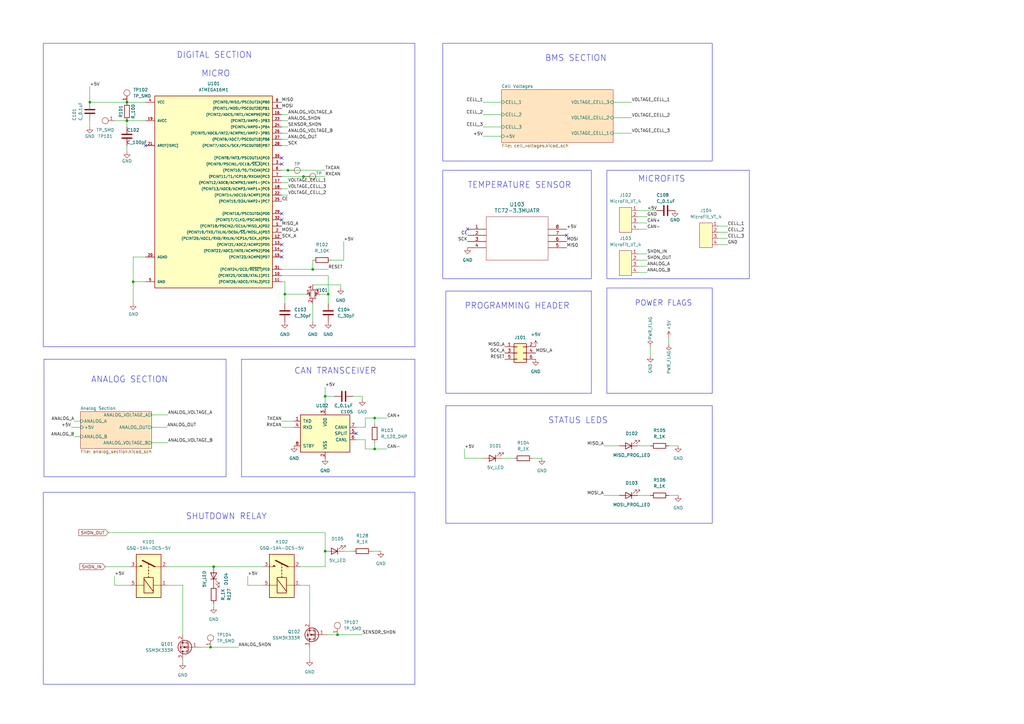
<source format=kicad_sch>
(kicad_sch (version 20230121) (generator eeschema)
  (paper "A3")
  (lib_symbols
    (symbol "+5V_2" (power) (pin_names (offset 0))
      (property "Value" "+5V_2" (at 0 3.556 0))
      (symbol "+5V_2_1_1"
        (pin power_in line (at 0 0 90) (length 0) hide (name "+5V") (number "1"))
      )
    )
    (symbol "Connector_Generic:Conn_02x03_Odd_Even" (pin_names (offset 1.016) hide)
      (property "Reference" "J" (at 1.27 5.08 0))
      (property "Value" "Conn_02x03_Odd_Even" (at 1.27 -5.08 0))
      (symbol "Conn_02x03_Odd_Even_1_1"
        (pin passive line (at -5.08 2.54 0) (length 3.81) (name "Pin_1") (number "1"))
        (pin passive line (at 7.62 2.54 180) (length 3.81) (name "Pin_2") (number "2"))
        (pin passive line (at -5.08 0 0) (length 3.81) (name "Pin_3") (number "3"))
        (pin passive line (at 7.62 0 180) (length 3.81) (name "Pin_4") (number "4"))
        (pin passive line (at -5.08 -2.54 0) (length 3.81) (name "Pin_5") (number "5"))
        (pin passive line (at 7.62 -2.54 180) (length 3.81) (name "Pin_6") (number "6"))
      )
    )
    (symbol "Device:LED" (pin_numbers hide) (pin_names (offset 1.016) hide)
      (property "Reference" "D" (at 0 2.54 0))
      (property "Value" "LED" (at 0 -2.54 0))
      (symbol "LED_1_1"
        (pin passive line (at -3.81 0 0) (length 2.54) (name "K") (number "1"))
        (pin passive line (at 3.81 0 180) (length 2.54) (name "A") (number "2"))
      )
    )
    (symbol "GND_1" (power) (pin_names (offset 0))
      (property "Value" "GND_1" (at 0 -3.81 0))
      (symbol "GND_1_1_1"
        (pin power_in line (at 0 0 270) (length 0) hide (name "GND") (number "1"))
      )
    )
    (symbol "GND_2" (power) (pin_names (offset 0))
      (property "Value" "GND_2" (at 0 -3.81 0))
      (symbol "GND_2_1_1"
        (pin power_in line (at 0 0 270) (length 0) hide (name "GND") (number "1"))
      )
    )
    (symbol "GND_3" (power) (pin_names (offset 0))
      (property "Value" "GND_3" (at 0 -3.81 0))
      (symbol "GND_3_1_1"
        (pin power_in line (at 0 0 270) (length 0) hide (name "GND") (number "1"))
      )
    )
    (symbol "GND_4" (power) (pin_names (offset 0))
      (property "Value" "GND_4" (at 0 -3.81 0))
      (symbol "GND_4_1_1"
        (pin power_in line (at 0 0 270) (length 0) hide (name "GND") (number "1"))
      )
    )
    (symbol "GND_5" (power) (pin_names (offset 0))
      (property "Value" "GND_5" (at 0 -3.81 0))
      (symbol "GND_5_1_1"
        (pin power_in line (at 0 0 270) (length 0) hide (name "GND") (number "1"))
      )
    )
    (symbol "GND_6" (power) (pin_names (offset 0))
      (property "Value" "GND_6" (at 0 -3.81 0))
      (symbol "GND_6_1_1"
        (pin power_in line (at 0 0 270) (length 0) hide (name "GND") (number "1"))
      )
    )
    (symbol "OEM:0u1F" (pin_numbers hide) (pin_names (offset 0.254))
      (property "Reference" "C" (at 0.635 2.54 0))
      (property "Value" "0u1F" (at 0.635 -2.54 0))
      (symbol "0u1F_1_1"
        (pin passive line (at 0 3.81 270) (length 2.794) (name "~") (number "1"))
        (pin passive line (at 0 -3.81 90) (length 2.794) (name "~") (number "2"))
      )
    )
    (symbol "OEM:100R" (pin_numbers hide) (pin_names (offset 0))
      (property "Reference" "R" (at 2.032 0 90))
      (property "Value" "100R" (at 0 0 90))
      (symbol "100R_1_1"
        (pin passive line (at 0 3.81 270) (length 1.27) (name "~") (number "1"))
        (pin passive line (at 0 -3.81 90) (length 1.27) (name "~") (number "2"))
      )
    )
    (symbol "OEM:100pF" (pin_numbers hide) (pin_names (offset 0.254))
      (property "Reference" "C" (at 0.635 2.54 0))
      (property "Value" "100pF" (at 0.635 -2.54 0))
      (symbol "100pF_1_1"
        (pin passive line (at 0 3.81 270) (length 2.794) (name "~") (number "1"))
        (pin passive line (at 0 -3.81 90) (length 2.794) (name "~") (number "2"))
      )
    )
    (symbol "formula:ATMEGA16M1" (pin_names (offset 1.016))
      (property "Reference" "U" (at -24.13 46.482 0))
      (property "Value" "ATMEGA16M1" (at 12.7 -35.56 0))
      (symbol "ATMEGA16M1_1_1"
        (pin bidirectional line (at 27.94 -7.62 180) (length 3.81) (name "(PCINT18/PSCIN2/OC1A/MISO_A)PD2") (number "1"))
        (pin bidirectional line (at 27.94 -27.94 180) (length 3.81) (name "(PCINT25/OC0B/XTAL1)PE1") (number "10"))
        (pin bidirectional line (at 27.94 -30.48 180) (length 3.81) (name "(PCINT26/ADC0/XTAL2)PE2") (number "11"))
        (pin bidirectional line (at 27.94 -12.7 180) (length 3.81) (name "(PCINT20/ADC1/RXD/RXLIN/ICP1A/SCK_A)PD4") (number "12"))
        (pin bidirectional line (at 27.94 -15.24 180) (length 3.81) (name "(PCINT21/ADC2/ACMP2)PD5") (number "13"))
        (pin bidirectional line (at 27.94 -17.78 180) (length 3.81) (name "(PCINT22/ADC3/INT0/ACMPN2)PD6") (number "14"))
        (pin bidirectional line (at 27.94 -20.32 180) (length 3.81) (name "(PCINT23/ACMP0)PD7") (number "15"))
        (pin bidirectional line (at 27.94 38.1 180) (length 3.81) (name "(PCINT2/ADC5/INT1/ACMPN0)PB2") (number "16"))
        (pin bidirectional line (at 27.94 10.16 180) (length 3.81) (name "(PCINT12/ADC8/ACMPN3/AMP1-)PC4") (number "17"))
        (pin bidirectional line (at 27.94 7.62 180) (length 3.81) (name "(PCINT13/ADC9/ACMP3/AMP1+)PC5") (number "18"))
        (pin power_in line (at -27.94 35.56 0) (length 3.81) (name "AVCC") (number "19"))
        (pin bidirectional line (at 27.94 -10.16 180) (length 3.81) (name "(PCINT19/TXD/TXLIN/OC0A/~{SS}/MOSI_A)PD3") (number "2"))
        (pin power_in line (at -27.94 -20.32 0) (length 3.81) (name "AGND") (number "20"))
        (pin power_in line (at -27.94 25.4 0) (length 3.81) (name "AREF(ISRC)") (number "21"))
        (pin bidirectional line (at 27.94 5.08 180) (length 3.81) (name "(PCINT14/ADC10/ACMP1)PC6") (number "22"))
        (pin bidirectional line (at 27.94 35.56 180) (length 3.81) (name "(PCINT3/AMP0-)PB3") (number "23"))
        (pin bidirectional line (at 27.94 33.02 180) (length 3.81) (name "(PCINT4/AMP0+)PB4") (number "24"))
        (pin bidirectional line (at 27.94 2.54 180) (length 3.81) (name "(PCINT15/D2A/AMP2+)PC7") (number "25"))
        (pin bidirectional line (at 27.94 30.48 180) (length 3.81) (name "(PCINT5/ADC6/INT2/ACMPN1/AMP2-)PB5") (number "26"))
        (pin bidirectional line (at 27.94 27.94 180) (length 3.81) (name "(PCINT6/ADC7/PSCOUT1B)PB6") (number "27"))
        (pin bidirectional line (at 27.94 25.4 180) (length 3.81) (name "(PCINT7/ADC4/SCK/PSCOUT0B)PB7") (number "28"))
        (pin bidirectional line (at 27.94 -2.54 180) (length 3.81) (name "(PCINT16/PSCOUT0A)PD0") (number "29"))
        (pin bidirectional line (at 27.94 17.78 180) (length 3.81) (name "(PCINT9/PSCIN1/OC1B/~{SS_A})PC1") (number "3"))
        (pin bidirectional line (at 27.94 20.32 180) (length 3.81) (name "(PCINT8/INT3/PSCOUT1A)PC0") (number "30"))
        (pin bidirectional line (at 27.94 -25.4 180) (length 3.81) (name "(PCINT24/OCD/~{RESET})PE0") (number "31"))
        (pin bidirectional line (at 27.94 -5.08 180) (length 3.81) (name "(PCINT17/CLKO/PSCIN0)PD1") (number "32"))
        (pin power_in line (at -27.94 43.18 0) (length 3.81) (name "VCC") (number "4"))
        (pin power_in line (at -27.94 -30.48 0) (length 3.81) (name "GND") (number "5"))
        (pin bidirectional line (at 27.94 15.24 180) (length 3.81) (name "(PCINT10/T0/TXCAN)PC2") (number "6"))
        (pin bidirectional line (at 27.94 12.7 180) (length 3.81) (name "(PCINT11/T1/ICP1B/RXCAN)PC3") (number "7"))
        (pin bidirectional line (at 27.94 43.18 180) (length 3.81) (name "(PCINT0/MISO/PSCOUT2A)PB0") (number "8"))
        (pin bidirectional line (at 27.94 40.64 180) (length 3.81) (name "(PCINT1/MOSI/PSCOUT2B)PB1") (number "9"))
      )
    )
    (symbol "formula:C_30pF" (pin_numbers hide) (pin_names (offset 0.254))
      (property "Reference" "C" (at 0.635 2.54 0))
      (property "Value" "C_30pF" (at 0.635 -2.54 0))
      (symbol "C_30pF_1_1"
        (pin passive line (at 0 3.81 270) (length 2.794) (name "~") (number "1"))
        (pin passive line (at 0 -3.81 90) (length 2.794) (name "~") (number "2"))
      )
    )
    (symbol "formula:Crystal_SMD" (pin_names (offset 1.016) hide)
      (property "Reference" "Y" (at 1.27 4.445 0))
      (property "Value" "Crystal_SMD" (at 1.27 2.54 0))
      (symbol "Crystal_SMD_1_1"
        (pin passive line (at -2.54 0 0) (length 1.27) (name "1") (number "1"))
        (pin passive line (at 0 -3.81 90) (length 1.905) (name "2") (number "2"))
        (pin passive line (at 2.54 0 180) (length 1.27) (name "3") (number "3"))
        (pin passive line (at 0 3.81 270) (length 1.905) (name "4") (number "4"))
      )
    )
    (symbol "formula:G5Q-1A4-DC5-5V" (pin_names (offset 1.016))
      (property "Reference" "K" (at 8.89 3.81 0))
      (property "Value" "G5Q-1A4-DC5-5V" (at -10.16 -3.81 0))
      (symbol "G5Q-1A4-DC5-5V_1_1"
        (pin passive line (at -5.08 -7.62 90) (length 2.54) (name "~") (number "1"))
        (pin passive line (at 2.54 -7.62 90) (length 2.54) (name "~") (number "2"))
        (pin passive line (at 2.54 7.62 270) (length 2.54) (name "~") (number "3"))
        (pin passive line (at -5.08 7.62 270) (length 2.54) (name "~") (number "5"))
      )
    )
    (symbol "formula:MCP2561-E_SN" (pin_names (offset 1.016))
      (property "Reference" "U" (at -10.16 8.89 0))
      (property "Value" "MCP2561-E_SN" (at 2.54 8.89 0))
      (symbol "MCP2561-E_SN_1_1"
        (pin input line (at -12.7 5.08 0) (length 2.54) (name "TXD") (number "1"))
        (pin power_in line (at 0 -10.16 90) (length 2.54) (name "VSS") (number "2"))
        (pin power_in line (at 0 10.16 270) (length 2.54) (name "VDD") (number "3"))
        (pin output line (at -12.7 2.54 0) (length 2.54) (name "RXD") (number "4"))
        (pin passive line (at 12.7 0 180) (length 2.54) (name "SPLIT") (number "5"))
        (pin bidirectional line (at 12.7 -2.54 180) (length 2.54) (name "CANL") (number "6"))
        (pin bidirectional line (at 12.7 2.54 180) (length 2.54) (name "CANH") (number "7"))
        (pin input line (at -12.7 -5.08 0) (length 2.54) (name "STBY") (number "8"))
      )
    )
    (symbol "formula:MicroFit_VT_4" (pin_names (offset 1.016))
      (property "Reference" "J" (at 0 10.16 0))
      (property "Value" "MicroFit_VT_4" (at 0 7.62 0))
      (property "MPN" "430450414" (at -5.08 11.43 0))
      (property "PurchasingLink" "https://www.digikey.com/product-detail/en/molex/0430450414/WM1796-ND/252509" (at -7.62 13.97 0))
      (symbol "MicroFit_VT_4_1_1"
        (pin input line (at 5.08 3.81 180) (length 2.54) (name "~") (number "1"))
        (pin input line (at 5.08 1.27 180) (length 2.54) (name "~") (number "2"))
        (pin input line (at 5.08 -1.27 180) (length 2.54) (name "~") (number "3"))
        (pin input line (at 5.08 -3.81 180) (length 2.54) (name "~") (number "4"))
      )
    )
    (symbol "formula:R_10K" (pin_numbers hide) (pin_names (offset 0))
      (property "Reference" "R" (at 2.032 0 90))
      (property "Value" "R_10K" (at -2.54 0 90))
      (symbol "R_10K_1_1"
        (pin passive line (at 0 3.81 270) (length 1.27) (name "~") (number "1"))
        (pin passive line (at 0 -3.81 90) (length 1.27) (name "~") (number "2"))
      )
    )
    (symbol "formula:R_120_DNP" (pin_numbers hide) (pin_names (offset 0))
      (property "Reference" "R" (at 2.032 0 90))
      (property "Value" "R_120_DNP" (at -2.54 0 90))
      (symbol "R_120_DNP_1_1"
        (pin passive line (at 0 3.81 270) (length 1.27) (name "~") (number "1"))
        (pin passive line (at 0 -3.81 90) (length 1.27) (name "~") (number "2"))
      )
    )
    (symbol "formula:R_1K" (pin_numbers hide) (pin_names (offset 0))
      (property "Reference" "R" (at 2.032 0 90))
      (property "Value" "R_1K" (at -2.54 0 90))
      (symbol "R_1K_1_1"
        (pin passive line (at 0 3.81 270) (length 1.27) (name "~") (number "1"))
        (pin passive line (at 0 -3.81 90) (length 1.27) (name "~") (number "2"))
      )
    )
    (symbol "formula:SSM3K333R" (pin_names (offset 0) hide)
      (property "Reference" "Q" (at 5.08 1.905 0))
      (property "Value" "SSM3K333R" (at 5.08 0 0))
      (symbol "SSM3K333R_1_1"
        (pin input line (at -5.08 0 0) (length 5.334) (name "G") (number "1"))
        (pin passive line (at 2.54 -5.08 90) (length 2.54) (name "S") (number "2"))
        (pin passive line (at 2.54 5.08 270) (length 2.54) (name "D") (number "3"))
      )
    )
    (symbol "formula:TC72-3.3MUATR" (pin_names (offset 0.254))
      (property "Reference" "U" (at 20.32 10.16 0))
      (property "Value" "TC72-3.3MUATR" (at 20.32 7.62 0))
      (symbol "TC72-3.3MUATR_0_1"
        (pin unspecified line (at 0 0 0) (length 7.62) (name "") (number "1"))
        (pin unspecified line (at 0 -2.54 0) (length 7.62) (name "") (number "2"))
        (pin unspecified line (at 0 -5.08 0) (length 7.62) (name "") (number "3"))
        (pin unspecified line (at 0 -7.62 0) (length 7.62) (name "") (number "4"))
        (pin unspecified line (at 40.64 -7.62 180) (length 7.62) (name "") (number "5"))
        (pin unspecified line (at 40.64 -5.08 180) (length 7.62) (name "") (number "6"))
        (pin unspecified line (at 40.64 -2.54 180) (length 7.62) (name "") (number "7"))
        (pin unspecified line (at 40.64 0 180) (length 7.62) (name "") (number "8"))
      )
    )
    (symbol "formula:TP" (pin_numbers hide) (pin_names (offset 0) hide)
      (property "Reference" "TP" (at 0 0 0))
      (property "Value" "TP" (at 0 0 0))
      (symbol "TP_1_1"
        (pin input line (at 0 -5.08 90) (length 2.54) (name "TP") (number "1"))
      )
    )
    (symbol "formula:TP_SMD" (pin_names (offset 1.016))
      (property "Reference" "TP" (at 0 7.62 0))
      (property "Value" "TP_SMD" (at 1.27 5.08 0))
      (symbol "TP_SMD_1_1"
        (pin input line (at 0 -1.27 90) (length 2.54) (name "~") (number "1"))
      )
    )
    (symbol "power:+5V" (power) (pin_names (offset 0))
      (property "Value" "+5V" (at 0 3.556 0))
      (symbol "+5V_1_1"
        (pin power_in line (at 0 0 90) (length 0) hide (name "+5V") (number "1"))
      )
    )
    (symbol "power:GND" (power) (pin_names (offset 0))
      (property "Value" "GND" (at 0 -3.81 0))
      (symbol "GND_1_1"
        (pin power_in line (at 0 0 270) (length 0) hide (name "GND") (number "1"))
      )
    )
    (symbol "power:PWR_FLAG" (power) (pin_numbers hide) (pin_names (offset 0) hide)
      (property "Value" "PWR_FLAG" (at 0 3.81 0))
      (symbol "PWR_FLAG_0_0"
        (pin power_out line (at 0 0 90) (length 0) (name "pwr") (number "1"))
      )
    )
  )
  (junction (at 153.67 171.45))
  (junction (at 116.84 120.65))
  (junction (at 118.11 69.85))
  (junction (at 54.61 115.57))
  (junction (at 86.36 265.43))
  (junction (at 153.67 184.15))
  (junction (at 52.07 49.53))
  (junction (at 124.46 72.39))
  (junction (at 138.43 260.35))
  (junction (at 52.07 41.91))
  (junction (at 87.63 232.41))
  (junction (at 36.83 41.91))
  (junction (at 134.62 120.65))
  (junction (at 128.27 110.49))
  (junction (at 133.35 162.56))
  (junction (at 133.35 226.06))
  (no_connect (at 146.05 177.8))
  (no_connect (at 115.57 64.77))
  (no_connect (at 59.69 59.69))
  (no_connect (at 115.57 67.31))
  (no_connect (at 232.41 96.52))
  (no_connect (at 115.57 102.87))
  (no_connect (at 115.57 100.33))
  (no_connect (at 115.57 90.17))
  (no_connect (at 191.77 93.98))
  (no_connect (at 115.57 87.63))
  (no_connect (at 115.57 105.41))
  (wire (pts (xy 116.84 115.57) (xy 116.84 120.65)))
  (wire (pts (xy 153.67 184.15) (xy 153.67 181.61)))
  (wire (pts (xy 127 240.03) (xy 127 255.27)))
  (wire (pts (xy 115.57 175.26) (xy 120.65 175.26)))
  (wire (pts (xy 46.99 49.53) (xy 52.07 49.53)))
  (wire (pts (xy 29.21 175.26) (xy 33.02 175.26)))
  (wire (pts (xy 115.57 80.01) (xy 118.11 80.01)))
  (polyline (pts (xy 248.92 118.11) (xy 248.92 161.29)))
  (wire (pts (xy 146.05 175.26) (xy 149.86 175.26)))
  (wire (pts (xy 43.18 232.41) (xy 53.34 232.41)))
  (wire (pts (xy 115.57 74.93) (xy 118.11 74.93)))
  (wire (pts (xy 52.07 59.69) (xy 52.07 62.23)))
  (wire (pts (xy 130.81 120.65) (xy 134.62 120.65)))
  (wire (pts (xy 115.57 172.72) (xy 120.65 172.72)))
  (wire (pts (xy 135.89 106.68) (xy 140.97 106.68)))
  (wire (pts (xy 149.86 180.34) (xy 149.86 184.15)))
  (wire (pts (xy 116.84 120.65) (xy 116.84 124.46)))
  (wire (pts (xy 190.5 187.96) (xy 198.12 187.96)))
  (wire (pts (xy 62.23 170.18) (xy 68.834 170.18)))
  (wire (pts (xy 298.45 100.33) (xy 294.64 100.33)))
  (wire (pts (xy 62.23 175.26) (xy 68.58 175.26)))
  (wire (pts (xy 86.36 265.43) (xy 97.79 265.43)))
  (wire (pts (xy 247.65 203.2) (xy 254 203.2)))
  (wire (pts (xy 265.43 111.76) (xy 261.62 111.76)))
  (wire (pts (xy 134.62 113.03) (xy 134.62 120.65)))
  (wire (pts (xy 298.45 97.79) (xy 294.64 97.79)))
  (wire (pts (xy 123.19 232.41) (xy 133.35 232.41)))
  (wire (pts (xy 218.44 187.96) (xy 222.25 187.96)))
  (wire (pts (xy 247.65 182.88) (xy 254 182.88)))
  (wire (pts (xy 62.23 181.61) (xy 68.834 181.61)))
  (wire (pts (xy 46.99 240.03) (xy 53.34 240.03)))
  (wire (pts (xy 265.43 109.22) (xy 261.62 109.22)))
  (wire (pts (xy 190.5 184.15) (xy 190.5 187.96)))
  (wire (pts (xy 198.12 41.91) (xy 205.74 41.91)))
  (wire (pts (xy 138.43 260.35) (xy 148.59 260.35)))
  (wire (pts (xy 133.35 162.56) (xy 133.35 167.64)))
  (wire (pts (xy 198.12 52.07) (xy 205.74 52.07)))
  (wire (pts (xy 54.61 115.57) (xy 54.61 124.46)))
  (wire (pts (xy 54.61 105.41) (xy 54.61 115.57)))
  (wire (pts (xy 115.57 46.99) (xy 118.11 46.99)))
  (wire (pts (xy 133.35 162.56) (xy 137.16 162.56)))
  (wire (pts (xy 198.12 55.88) (xy 205.74 55.88)))
  (wire (pts (xy 59.69 115.57) (xy 54.61 115.57)))
  (wire (pts (xy 265.43 104.14) (xy 261.62 104.14)))
  (wire (pts (xy 116.84 115.57) (xy 115.57 115.57)))
  (wire (pts (xy 251.46 48.26) (xy 259.08 48.26)))
  (wire (pts (xy 198.12 46.99) (xy 205.74 46.99)))
  (wire (pts (xy 265.43 91.44) (xy 261.62 91.44)))
  (wire (pts (xy 149.86 171.45) (xy 153.67 171.45)))
  (wire (pts (xy 115.57 52.07) (xy 118.11 52.07)))
  (wire (pts (xy 118.11 69.85) (xy 115.57 69.85)))
  (wire (pts (xy 74.93 240.03) (xy 74.93 260.35)))
  (wire (pts (xy 52.07 41.91) (xy 59.69 41.91)))
  (wire (pts (xy 153.67 184.15) (xy 158.75 184.15)))
  (wire (pts (xy 144.78 226.06) (xy 140.97 226.06)))
  (wire (pts (xy 52.07 49.53) (xy 52.07 52.07)))
  (wire (pts (xy 265.43 106.68) (xy 261.62 106.68)))
  (wire (pts (xy 265.43 93.98) (xy 261.62 93.98)))
  (wire (pts (xy 74.93 270.51) (xy 74.93 271.78)))
  (wire (pts (xy 52.07 49.53) (xy 59.69 49.53)))
  (wire (pts (xy 68.58 240.03) (xy 74.93 240.03)))
  (wire (pts (xy 44.45 218.44) (xy 133.35 218.44)))
  (wire (pts (xy 127 265.43) (xy 127 270.51)))
  (wire (pts (xy 36.83 41.91) (xy 52.07 41.91)))
  (wire (pts (xy 101.6 236.22) (xy 101.6 240.03)))
  (wire (pts (xy 261.62 203.2) (xy 266.7 203.2)))
  (wire (pts (xy 115.57 49.53) (xy 118.11 49.53)))
  (wire (pts (xy 46.99 236.22) (xy 46.99 240.03)))
  (wire (pts (xy 149.86 184.15) (xy 153.67 184.15)))
  (wire (pts (xy 133.35 218.44) (xy 133.35 226.06)))
  (wire (pts (xy 68.58 232.41) (xy 87.63 232.41)))
  (wire (pts (xy 54.61 105.41) (xy 59.69 105.41)))
  (wire (pts (xy 36.83 49.53) (xy 36.83 52.07)))
  (wire (pts (xy 115.57 57.15) (xy 118.11 57.15)))
  (wire (pts (xy 265.43 88.9) (xy 261.62 88.9)))
  (wire (pts (xy 115.57 72.39) (xy 124.46 72.39)))
  (wire (pts (xy 274.32 138.43) (xy 274.32 140.97)))
  (polyline (pts (xy 248.92 161.29) (xy 292.1 161.29)))
  (wire (pts (xy 30.48 172.72) (xy 33.02 172.72)))
  (wire (pts (xy 152.4 226.06) (xy 156.21 226.06)))
  (wire (pts (xy 153.67 171.45) (xy 153.67 173.99)))
  (wire (pts (xy 115.57 113.03) (xy 134.62 113.03)))
  (wire (pts (xy 274.32 182.88) (xy 278.13 182.88)))
  (wire (pts (xy 124.46 72.39) (xy 133.35 72.39)))
  (wire (pts (xy 128.27 106.68) (xy 128.27 110.49)))
  (polyline (pts (xy 248.92 118.11) (xy 292.1 118.11)))
  (wire (pts (xy 134.62 260.35) (xy 138.43 260.35)))
  (wire (pts (xy 101.6 240.03) (xy 107.95 240.03)))
  (wire (pts (xy 118.11 69.85) (xy 133.35 69.85)))
  (wire (pts (xy 87.63 247.65) (xy 87.63 248.92)))
  (wire (pts (xy 115.57 54.61) (xy 118.11 54.61)))
  (wire (pts (xy 128.27 110.49) (xy 134.62 110.49)))
  (wire (pts (xy 115.57 77.47) (xy 118.11 77.47)))
  (wire (pts (xy 261.62 86.36) (xy 269.24 86.36)))
  (wire (pts (xy 87.63 232.41) (xy 107.95 232.41)))
  (wire (pts (xy 274.32 203.2) (xy 278.13 203.2)))
  (wire (pts (xy 133.35 226.06) (xy 133.35 232.41)))
  (wire (pts (xy 133.35 158.75) (xy 133.35 162.56)))
  (wire (pts (xy 116.84 120.65) (xy 125.73 120.65)))
  (polyline (pts (xy 292.1 118.11) (xy 292.1 161.29)))
  (wire (pts (xy 36.83 35.56) (xy 36.83 41.91)))
  (wire (pts (xy 30.48 179.07) (xy 33.02 179.07)))
  (wire (pts (xy 82.55 265.43) (xy 86.36 265.43)))
  (wire (pts (xy 153.67 171.45) (xy 158.75 171.45)))
  (wire (pts (xy 261.62 182.88) (xy 266.7 182.88)))
  (wire (pts (xy 115.57 59.69) (xy 118.11 59.69)))
  (wire (pts (xy 115.57 110.49) (xy 128.27 110.49)))
  (wire (pts (xy 127 240.03) (xy 123.19 240.03)))
  (wire (pts (xy 266.7 142.24) (xy 266.7 146.05)))
  (wire (pts (xy 134.62 120.65) (xy 134.62 124.46)))
  (wire (pts (xy 205.74 187.96) (xy 210.82 187.96)))
  (wire (pts (xy 149.86 175.26) (xy 149.86 171.45)))
  (wire (pts (xy 128.27 116.84) (xy 139.7 116.84)))
  (wire (pts (xy 148.59 162.56) (xy 148.59 163.83)))
  (wire (pts (xy 251.46 54.61) (xy 259.08 54.61)))
  (wire (pts (xy 128.27 124.46) (xy 128.27 132.08)))
  (wire (pts (xy 298.45 95.25) (xy 294.64 95.25)))
  (wire (pts (xy 251.46 41.91) (xy 259.08 41.91)))
  (wire (pts (xy 144.78 162.56) (xy 148.59 162.56)))
  (wire (pts (xy 140.97 99.06) (xy 140.97 106.68)))
  (wire (pts (xy 298.45 92.71) (xy 294.64 92.71)))
  (wire (pts (xy 146.05 180.34) (xy 149.86 180.34)))
  (wire (pts (xy 139.7 116.84) (xy 139.7 118.11)))
  (rectangle (start 182.88 119.38) (end 242.57 161.29))
  (rectangle (start 99.06 147.32) (end 170.18 195.58))
  (rectangle (start 248.92 69.85) (end 307.34 114.3))
  (rectangle (start 181.61 69.85) (end 242.57 114.3))
  (rectangle (start 17.78 17.78) (end 170.18 142.24))
  (rectangle (start 181.61 17.78) (end 292.1 66.04))
  (rectangle (start 17.78 201.93) (end 170.18 280.67))
  (rectangle (start 18.034 147.32) (end 92.71 195.58))
  (rectangle (start 182.88 166.37) (end 292.1 214.63))
  (text "POWER FLAGS\n" (at 260.35 125.73 0) (effects (font (size 2.2606 2.2606)) (justify left bottom)))
  (text "PROGRAMMING HEADER\n" (at 190.5 127 0) (effects (font (size 2.5 2.5)) (justify left bottom)))
  (text "SHUTDOWN RELAY" (at 76.2 213.36 0) (effects (font (size 2.5 2.5)) (justify left bottom)))
  (text "DIGITAL SECTION" (at 72.39 24.13 0) (effects (font (size 2.5 2.5)) (justify left bottom)))
  (text "ANALOG SECTION" (at 37.338 157.226 0) (effects (font (size 2.5 2.5)) (justify left bottom)))
  (text "MICRO" (at 82.55 31.75 0) (effects (font (size 2.5 2.5)) (justify left bottom)))
  (text "MICROFITS\n" (at 261.62 74.93 0) (effects (font (size 2.5 2.5)) (justify left bottom)))
  (text "TEMPERATURE SENSOR\n" (at 191.77 77.47 0) (effects (font (size 2.5 2.5)) (justify left bottom)))
  (text "BMS SECTION" (at 223.52 25.4 0) (effects (font (size 2.5 2.5)) (justify left bottom)))
  (text "STATUS LEDS" (at 224.79 173.99 0) (effects (font (size 2.5 2.5)) (justify left bottom)))
  (text "CAN TRANSCEIVER\n" (at 120.65 153.67 0) (effects (font (size 2.5 2.5)) (justify left bottom)))
  (label "SCK_A" (at 207.01 144.78 180))
  (label "CELL_1" (at 298.45 92.71 0))
  (label "CE" (at 191.77 96.52 180))
  (label "ANALOG_OUT" (at 118.11 57.15 0))
  (label "RXCAN" (at 133.35 72.39 0))
  (label "VOLTAGE_CELL_2" (at 259.08 48.26 0))
  (label "CAN-" (at 265.43 93.98 0))
  (label "+5V" (at 36.83 35.56 0))
  (label "SHDN_IN" (at 265.43 104.14 0))
  (label "ANALOG_VOLTAGE_B" (at 68.834 181.61 0))
  (label "GND" (at 265.43 88.9 0))
  (label "TXCAN" (at 115.57 172.72 180))
  (label "CELL_2" (at 198.12 46.99 180))
  (label "SCK" (at 191.77 99.06 180))
  (label "SCK" (at 118.11 59.69 0))
  (label "VOLTAGE_CELL_3" (at 259.08 54.61 0))
  (label "ANALOG_B" (at 265.43 111.76 0))
  (label "+5V" (at 190.5 184.15 0))
  (label "RESET" (at 207.01 147.32 180))
  (label "ANALOG_VOLTAGE_B" (at 118.11 54.61 0))
  (label "+5V" (at 265.43 86.36 0))
  (label "CAN+" (at 158.75 171.45 0))
  (label "ANALOG_OUT" (at 68.58 175.26 0))
  (label "CELL_1" (at 198.12 41.91 180))
  (label "VOLTAGE_CELL_1" (at 259.08 41.91 0))
  (label "CAN+" (at 265.43 91.44 0))
  (label "CAN-" (at 158.75 184.15 0))
  (label "ANALOG_VOLTAGE_A" (at 118.11 46.99 0))
  (label "SCK_A" (at 115.57 97.79 0))
  (label "SHDN_OUT" (at 265.43 106.68 0))
  (label "+5V" (at 46.99 236.22 0))
  (label "+5V" (at 29.21 175.26 180))
  (label "ANALOG_VOLTAGE_A" (at 68.834 170.18 0))
  (label "ANALOG_SHDN" (at 97.79 265.43 0))
  (label "CELL_2" (at 298.45 95.25 0))
  (label "CELL_3" (at 298.45 97.79 0))
  (label "MOSI_A" (at 247.65 203.2 180))
  (label "+5V" (at 101.6 236.22 0))
  (label "MOSI" (at 115.57 44.45 0))
  (label "RESET" (at 134.62 110.49 0))
  (label "+5V" (at 198.12 55.88 180))
  (label "MOSI_A" (at 115.57 95.25 0))
  (label "+5V" (at 133.35 158.75 0))
  (label "SENSOR_SHDN" (at 148.59 260.35 0))
  (label "MISO" (at 232.41 101.6 0))
  (label "GND" (at 298.45 100.33 0))
  (label "CELL_3" (at 198.12 52.07 180))
  (label "VOLTAGE_CELL_2" (at 118.11 80.01 0))
  (label "ANALOG_B" (at 30.48 179.07 180))
  (label "MISO_A" (at 207.01 142.24 180))
  (label "MISO_A" (at 247.65 182.88 180))
  (label "+5V" (at 140.97 99.06 0))
  (label "VOLTAGE_CELL_1" (at 118.11 74.93 0))
  (label "SENSOR_SHDN" (at 118.11 52.07 0))
  (label "MISO_A" (at 115.57 92.71 0))
  (label "ANALOG_A" (at 265.43 109.22 0))
  (label "MISO" (at 115.57 41.91 0))
  (label "TXCAN" (at 133.35 69.85 0))
  (label "CE" (at 115.57 82.55 0))
  (label "ANALOG_SHDN" (at 118.11 49.53 0))
  (label "MOSI" (at 232.41 99.06 0))
  (label "RXCAN" (at 115.57 175.26 180))
  (label "+5V" (at 232.41 93.98 0))
  (label "ANALOG_A" (at 30.48 172.72 180))
  (label "MOSI_A" (at 219.71 144.78 0))
  (label "VOLTAGE_CELL_3" (at 118.11 77.47 0))
  (global_label "SHDN_IN" (shape input) (at 43.18 232.41 180) (property "Intersheetrefs" "${INTERSHEET_REFS}" (effects hide)))
  (global_label "SHDN_OUT" (shape input) (at 44.45 218.44 180) (property "Intersheetrefs" "${INTERSHEET_REFS}" (effects hide)))
  (symbol (lib_id "formula:TP_SMD") (at 45.72 49.53 90) (mirror x) (unit 1)
    (property "Reference" "TP101" (at 43.18 55.88 90))
    (property "Value" "TP_SMD" (at 43.18 53.34 90))
    (property "Footprint" "footprints:Test_Point_SMD" (effects hide))
    (property "MPN" "5019" (effects hide))
    (property "MFN" "Keystone" (effects hide))
    (property "DKPN" "36-5019TR-ND" (effects hide))
    (property "NewDesigns" "YES" (effects hide))
    (property "Stocked" "Reel" (effects hide))
    (property "Package" "Custom" (effects hide))
    (property "Style" "SMD" (effects hide))
  )
  (symbol (lib_id "power:GND") (at 266.7 146.05 0) (unit 1)
    (property "Reference" "#PWR?" (effects hide))
    (property "Value" "GND" (at 266.7 151.13 90))
  )
  (symbol (lib_name "GND_1") (lib_id "power:GND") (at 134.62 132.08 0) (unit 1)
    (property "Reference" "#PWR?" (effects hide))
    (property "Value" "GND" (at 134.62 137.16 0))
  )
  (symbol (lib_id "formula:R_120_DNP") (at 153.67 177.8 0) (unit 1)
    (property "Reference" "R103" (at 156.21 176.53 0) (effects (justify left)))
    (property "Value" "R_120_DNP" (at 156.21 179.07 0) (effects (justify left)))
    (property "Footprint" "OEM:R_0603" (effects hide))
    (property "Datasheet" "https://www.mouser.com/datasheet/2/315/AOA0000C304-1149620.pdf" (effects hide))
    (property "MFN" "DK" (effects hide))
    (property "MPN" "667-ERJ-6ENF1200V" (effects hide))
    (property "PurchasingLink" "https://www.mouser.com/ProductDetail/Panasonic-Industrial-Devices/ERJ-6ENF1200V?qs=sGAEpiMZZMvdGkrng054t8AJgcdMkx7x%252bFQnctTMUmU%3d" (effects hide))
  )
  (symbol (lib_id "Device:LED") (at 201.93 187.96 180) (unit 1)
    (property "Reference" "D101" (at 203.2 182.88 0))
    (property "Value" "5V_LED" (at 203.2 191.77 0))
    (property "Footprint" "OEM:CHIPLED_0805" (effects hide))
  )
  (symbol (lib_id "OEM:100R") (at 52.07 45.72 0) (unit 1)
    (property "Reference" "R101" (at 49.53 45.72 90))
    (property "Value" "R_100" (at 54.61 45.72 90))
    (property "Footprint" "OEM:R_0603" (effects hide))
    (property "Datasheet" "https://www.seielect.com/Catalog/SEI-rncp.pdf" (effects hide))
    (property "MFN" "Digi-Key" (effects hide))
    (property "MPN" "RNCP0805FTD100RCT-ND" (effects hide))
    (property "Package" "Value" (effects hide))
    (property "DKPN" "RMCF0603FT100RTR-ND" (effects hide))
    (property "NewDesigns" "YES" (effects hide))
    (property "Stocked" "Reel" (effects hide))
    (property "Style" "SMD" (effects hide))
  )
  (symbol (lib_id "formula:R_10K") (at 132.08 106.68 90) (unit 1)
    (property "Reference" "R102" (at 132.08 100.33 90))
    (property "Value" "R_10K" (at 132.08 102.87 90))
    (property "Footprint" "OEM:R_0603" (effects hide))
    (property "Datasheet" "http://www.bourns.com/data/global/pdfs/CRS.pdf" (effects hide))
    (property "MFN" "DK" (effects hide))
    (property "MPN" "CRS0805-FX-1002ELFCT-ND" (effects hide))
    (property "PurchasingLink" "https://www.digikey.com/products/en?keywords=CRS0805-FX-1002ELFCT-ND" (effects hide))
  )
  (symbol (lib_id "formula:G5Q-1A4-DC5-5V") (at 115.57 234.95 90) (unit 1)
    (property "Reference" "K102" (at 115.57 222.25 90))
    (property "Value" "G5Q-1A4-DC5-5V" (at 115.57 224.79 90))
    (property "Footprint" "footprints:Relay_SPST_OMRON-G5Q-1A4_OEM" (effects hide))
    (property "Datasheet" "http://omronfs.omron.com/en_US/ecb/products/pdf/en-g5q.pdf" (effects hide))
    (property "MFN" "DK" (effects hide))
    (property "MPN" "Z3632-ND" (effects hide))
    (property "PurchasingLink" "https://www.digikey.com/product-detail/en/omron-electronics-inc-emc-div/G5Q-1A4-DC5/Z3632-ND/1815721" (effects hide))
  )
  (symbol (lib_id "formula:G5Q-1A4-DC5-5V") (at 60.96 234.95 90) (unit 1)
    (property "Reference" "K101" (at 60.96 222.25 90))
    (property "Value" "G5Q-1A4-DC5-5V" (at 60.96 224.79 90))
    (property "Footprint" "footprints:Relay_SPST_OMRON-G5Q-1A4_OEM" (effects hide))
    (property "Datasheet" "http://omronfs.omron.com/en_US/ecb/products/pdf/en-g5q.pdf" (effects hide))
    (property "MFN" "DK" (effects hide))
    (property "MPN" "Z3632-ND" (effects hide))
    (property "PurchasingLink" "https://www.digikey.com/product-detail/en/omron-electronics-inc-emc-div/G5Q-1A4-DC5/Z3632-ND/1815721" (effects hide))
  )
  (symbol (lib_id "formula:SSM3K333R") (at 77.47 265.43 180) (unit 1)
    (property "Reference" "Q101" (at 71.12 264.16 0) (effects (justify left)))
    (property "Value" "SSM3K333R" (at 71.12 266.7 0) (effects (justify left)))
    (property "Footprint" "footprints:SOT-23F" (effects hide))
    (property "Datasheet" "https://drive.google.com/drive/folders/0B-V-iZf33Y4GNzhDQTJZanJRbVk" (effects hide))
    (property "MFN" "DK" (effects hide))
    (property "MPN" "SSM3K333RLFCT-ND" (effects hide))
    (property "PurchasingLink" "https://www.digikey.com/product-detail/en/toshiba-semiconductor-and-storage/SSM3K333RLF/SSM3K333RLFCT-ND/3522391" (effects hide))
  )
  (symbol (lib_id "formula:ATMEGA16M1") (at 87.63 85.09 0) (unit 1)
    (property "Reference" "U101" (at 87.63 34.29 0))
    (property "Value" "ATMEGA16M1" (at 87.63 36.83 0))
    (property "Footprint" "footprints:TQFP-32_7x7mm_Pitch0.8mm" (effects hide))
    (property "MFN" "DK" (effects hide))
    (property "MPN" "ATMEGA16M1-AU-ND" (effects hide))
    (property "PurchasingLink" "https://www.digikey.com/product-detail/en/atmel/ATMEGA16M1-AU/ATMEGA16M1-AU-ND/2271208" (effects hide))
  )
  (symbol (lib_name "GND_1") (lib_id "power:GND") (at 133.35 187.96 0) (unit 1)
    (property "Reference" "#PWR?" (effects hide))
    (property "Value" "GND" (at 133.35 193.04 0))
  )
  (symbol (lib_id "formula:R_1K") (at 87.63 243.84 0) (unit 1)
    (property "Reference" "R127" (at 93.98 243.84 90))
    (property "Value" "R_1K" (at 91.44 243.84 90))
    (property "Footprint" "OEM:R_0603" (effects hide))
    (property "Datasheet" "https://www.seielect.com/Catalog/SEI-rncp.pdf" (effects hide))
    (property "MFN" "DK" (effects hide))
    (property "MPN" "RNCP0805FTD1K00CT-ND" (effects hide))
    (property "PurchasingLink" "https://www.digikey.com/products/en?keywords=RNCP0805FTD1K00CT-ND" (effects hide))
  )
  (symbol (lib_id "power:GND") (at 276.86 86.36 0) (unit 1)
    (property "Reference" "#PWR?" (effects hide))
    (property "Value" "GND" (at 276.86 90.17 0))
  )
  (symbol (lib_id "formula:Crystal_SMD") (at 128.27 120.65 0) (unit 1)
    (property "Reference" "Y101" (at 132.08 118.9991 0))
    (property "Value" "Crystal_16MHz_18pF" (effects hide))
    (property "Footprint" "footprints:Crystal_SMD_FA238" (effects hide))
    (property "Datasheet" "http://www.txccorp.com/download/products/quartz_crystals/2015TXC_7M_17.pdf" (effects hide))
    (property "MFN" "DK" (effects hide))
    (property "MPN" "887-1125-1-ND" (effects hide))
    (property "PurchasingLink" "https://www.digikey.com/product-detail/en/txc-corporation/7M-16.000MAAJ-T/887-1125-1-ND/2119014" (effects hide))
  )
  (symbol (lib_id "formula:R_1K") (at 148.59 226.06 90) (unit 1)
    (property "Reference" "R128" (at 148.59 219.71 90))
    (property "Value" "R_1K" (at 148.59 222.25 90))
    (property "Footprint" "OEM:R_0603" (effects hide))
    (property "Datasheet" "https://www.seielect.com/Catalog/SEI-rncp.pdf" (effects hide))
    (property "MFN" "DK" (effects hide))
    (property "MPN" "RNCP0805FTD1K00CT-ND" (effects hide))
    (property "PurchasingLink" "https://www.digikey.com/products/en?keywords=RNCP0805FTD1K00CT-ND" (effects hide))
  )
  (symbol (lib_id "formula:R_1K") (at 270.51 182.88 90) (unit 1)
    (property "Reference" "R105" (at 270.51 176.53 90))
    (property "Value" "R_1K" (at 270.51 179.07 90))
    (property "Footprint" "OEM:R_0603" (effects hide))
    (property "Datasheet" "https://www.seielect.com/Catalog/SEI-rncp.pdf" (effects hide))
    (property "MFN" "DK" (effects hide))
    (property "MPN" "RNCP0805FTD1K00CT-ND" (effects hide))
    (property "PurchasingLink" "https://www.digikey.com/products/en?keywords=RNCP0805FTD1K00CT-ND" (effects hide))
  )
  (symbol (lib_id "Connector_Generic:Conn_02x03_Odd_Even") (at 212.09 144.78 0) (unit 1)
    (property "Reference" "J101" (at 213.36 138.43 0))
    (property "Value" "Conn_02x03_Odd_Even" (effects hide))
    (property "Footprint" "footprints:Pin_Header_Straight_2x03" (effects hide))
  )
  (symbol (lib_name "GND_4") (lib_id "power:GND") (at 191.77 101.6 0) (unit 1)
    (property "Reference" "#PWR?" (effects hide))
    (property "Value" "GND" (at 191.77 106.68 0))
  )
  (symbol (lib_id "power:+5V") (at 274.32 138.43 0) (unit 1)
    (property "Reference" "#PWR?" (effects hide))
    (property "Value" "+5V" (at 274.32 133.35 90))
  )
  (symbol (lib_id "formula:TP") (at 123.19 69.85 270) (unit 1)
    (property "Reference" "TP105" (effects hide))
    (property "Value" "TP" (at 120.65 67.31 90) (effects (justify left)))
    (property "Footprint" "footprints:tp_1.6mm" (effects hide))
    (property "Datasheet" "http://www.keyelco.com/product-pdf.cfm?p=1314" (effects hide))
    (property "MFN" "DK" (effects hide))
    (property "MPN" "36-5006-ND" (effects hide))
    (property "PurchasingLink" "https://www.digikey.com/product-detail/en/keystone-electronics/5006/36-5006-ND/255330" (effects hide))
  )
  (symbol (lib_name "GND_6") (lib_id "power:GND") (at 74.93 271.78 0) (unit 1)
    (property "Reference" "#PWR?" (effects hide))
    (property "Value" "GND" (at 74.93 276.86 0))
  )
  (symbol (lib_id "formula:R_1K") (at 270.51 203.2 90) (unit 1)
    (property "Reference" "R106" (at 270.51 196.85 90))
    (property "Value" "R_1K" (at 270.51 199.39 90))
    (property "Footprint" "OEM:R_0603" (effects hide))
    (property "Datasheet" "https://www.seielect.com/Catalog/SEI-rncp.pdf" (effects hide))
    (property "MFN" "DK" (effects hide))
    (property "MPN" "RNCP0805FTD1K00CT-ND" (effects hide))
    (property "PurchasingLink" "https://www.digikey.com/products/en?keywords=RNCP0805FTD1K00CT-ND" (effects hide))
  )
  (symbol (lib_id "formula:TC72-3.3MUATR") (at 191.77 93.98 0) (unit 1)
    (property "Reference" "U103" (at 212.09 83.82 0) (effects (font (size 1.524 1.524))))
    (property "Value" "TC72-3.3MUATR" (at 212.09 86.36 0) (effects (font (size 1.524 1.524))))
    (property "Footprint" "footprints:MSOP8_MC_MCH" (effects hide))
    (property "Datasheet" "https://ww1.microchip.com/downloads/en/DeviceDoc/21743B.pdf" (effects hide))
  )
  (symbol (lib_name "GND_5") (lib_id "power:GND") (at 278.13 182.88 0) (unit 1)
    (property "Reference" "#PWR?" (effects hide))
    (property "Value" "GND" (at 278.13 187.96 0))
  )
  (symbol (lib_id "power:GND") (at 36.83 52.07 0) (unit 1)
    (property "Reference" "#PWR?" (effects hide))
    (property "Value" "GND" (at 36.83 55.88 0))
  )
  (symbol (lib_id "formula:TP_SMD") (at 86.36 264.16 0) (unit 1)
    (property "Reference" "TP104" (at 88.9 260.35 0) (effects (justify left)))
    (property "Value" "TP_SMD" (at 88.9 262.89 0) (effects (justify left)))
    (property "Footprint" "footprints:Test_Point_SMD" (effects hide))
    (property "MPN" "5019" (effects hide))
    (property "MFN" "Keystone" (effects hide))
    (property "DKPN" "36-5019TR-ND" (effects hide))
    (property "NewDesigns" "YES" (effects hide))
    (property "Stocked" "Reel" (effects hide))
    (property "Package" "Custom" (effects hide))
    (property "Style" "SMD" (effects hide))
  )
  (symbol (lib_id "formula:TP_SMD") (at 52.07 40.64 0) (unit 1)
    (property "Reference" "TP102" (at 54.61 36.83 0) (effects (justify left)))
    (property "Value" "TP_SMD" (at 54.61 39.37 0) (effects (justify left)))
    (property "Footprint" "footprints:Test_Point_SMD" (effects hide))
    (property "MPN" "5019" (effects hide))
    (property "MFN" "Keystone" (effects hide))
    (property "DKPN" "36-5019TR-ND" (effects hide))
    (property "NewDesigns" "YES" (effects hide))
    (property "Stocked" "Reel" (effects hide))
    (property "Package" "Custom" (effects hide))
    (property "Style" "SMD" (effects hide))
  )
  (symbol (lib_id "power:GND") (at 52.07 62.23 0) (unit 1)
    (property "Reference" "#PWR?" (effects hide))
    (property "Value" "GND" (at 52.07 66.04 0))
  )
  (symbol (lib_id "OEM:0u1F") (at 140.97 162.56 90) (unit 1)
    (property "Reference" "C105" (at 144.78 168.91 90) (effects (justify left)))
    (property "Value" "C_0.1uF" (at 144.78 166.37 90) (effects (justify left)))
    (property "Footprint" "OEM:C_0603" (effects hide))
    (property "Datasheet" "http://datasheets.avx.com/X7RDielectric.pdf" (effects hide))
    (property "MPN" "478-3352-1-ND" (effects hide))
    (property "MFN" "Digi-Key" (effects hide))
    (property "Package" "Value" (effects hide))
    (property "DKPN" "1276-1935-2-ND" (effects hide))
    (property "Stocked" "Reel" (effects hide))
    (property "NewDesigns" "YES" (effects hide))
    (property "Style" "SMD" (effects hide))
  )
  (symbol (lib_id "Device:LED") (at 87.63 236.22 90) (unit 1)
    (property "Reference" "D104" (at 92.71 237.49 0))
    (property "Value" "5V_LED" (at 83.82 237.49 0))
    (property "Footprint" "OEM:CHIPLED_0805" (effects hide))
  )
  (symbol (lib_id "formula:TP") (at 129.54 72.39 270) (unit 1)
    (property "Reference" "TP106" (effects hide))
    (property "Value" "TP" (at 129.54 71.12 90) (effects (justify left)))
    (property "Footprint" "footprints:tp_1.6mm" (effects hide))
    (property "Datasheet" "http://www.keyelco.com/product-pdf.cfm?p=1314" (effects hide))
    (property "MFN" "DK" (effects hide))
    (property "MPN" "36-5006-ND" (effects hide))
    (property "PurchasingLink" "https://www.digikey.com/product-detail/en/keystone-electronics/5006/36-5006-ND/255330" (effects hide))
  )
  (symbol (lib_name "GND_1") (lib_id "power:GND") (at 128.27 132.08 0) (unit 1)
    (property "Reference" "#PWR?" (effects hide))
    (property "Value" "GND" (at 128.27 137.16 0))
  )
  (symbol (lib_name "GND_5") (lib_id "power:GND") (at 222.25 187.96 0) (unit 1)
    (property "Reference" "#PWR?" (effects hide))
    (property "Value" "GND" (at 222.25 193.04 0))
  )
  (symbol (lib_id "Device:LED") (at 257.81 203.2 180) (unit 1)
    (property "Reference" "D103" (at 259.08 198.12 0))
    (property "Value" "MOSI_PROG_LED" (at 259.08 207.01 0))
    (property "Footprint" "OEM:CHIPLED_0805" (effects hide))
  )
  (symbol (lib_id "formula:TP_SMD") (at 138.43 259.08 0) (unit 1)
    (property "Reference" "TP107" (at 140.97 255.27 0) (effects (justify left)))
    (property "Value" "TP_SMD" (at 140.97 257.81 0) (effects (justify left)))
    (property "Footprint" "footprints:Test_Point_SMD" (effects hide))
    (property "MPN" "5019" (effects hide))
    (property "MFN" "Keystone" (effects hide))
    (property "DKPN" "36-5019TR-ND" (effects hide))
    (property "NewDesigns" "YES" (effects hide))
    (property "Stocked" "Reel" (effects hide))
    (property "Package" "Custom" (effects hide))
    (property "Style" "SMD" (effects hide))
  )
  (symbol (lib_id "formula:MicroFit_VT_4") (at 289.56 96.52 0) (unit 1)
    (property "Reference" "J104" (at 289.56 86.36 0))
    (property "Value" "MicroFit_VT_4" (at 289.56 88.9 0))
    (property "Footprint" "footprints:MicroFit_VT_4" (effects hide))
    (property "MPN" "430450414" (effects hide))
    (property "PurchasingLink" "https://www.digikey.com/product-detail/en/molex/0430450414/WM1796-ND/252509" (effects hide))
  )
  (symbol (lib_id "OEM:0u1F") (at 36.83 45.72 0) (unit 1)
    (property "Reference" "C101" (at 30.48 49.53 90) (effects (justify left)))
    (property "Value" "C_0.1uF" (at 33.02 49.53 90) (effects (justify left)))
    (property "Footprint" "OEM:C_0603" (effects hide))
    (property "Datasheet" "http://datasheets.avx.com/X7RDielectric.pdf" (effects hide))
    (property "MPN" "478-3352-1-ND" (effects hide))
    (property "MFN" "Digi-Key" (effects hide))
    (property "Package" "Value" (effects hide))
    (property "DKPN" "1276-1935-2-ND" (effects hide))
    (property "Stocked" "Reel" (effects hide))
    (property "NewDesigns" "YES" (effects hide))
    (property "Style" "SMD" (effects hide))
  )
  (symbol (lib_id "formula:R_1K") (at 214.63 187.96 90) (unit 1)
    (property "Reference" "R104" (at 214.63 181.61 90))
    (property "Value" "R_1K" (at 214.63 184.15 90))
    (property "Footprint" "OEM:R_0603" (effects hide))
    (property "Datasheet" "https://www.seielect.com/Catalog/SEI-rncp.pdf" (effects hide))
    (property "MFN" "DK" (effects hide))
    (property "MPN" "RNCP0805FTD1K00CT-ND" (effects hide))
    (property "PurchasingLink" "https://www.digikey.com/products/en?keywords=RNCP0805FTD1K00CT-ND" (effects hide))
  )
  (symbol (lib_id "power:PWR_FLAG") (at 274.32 140.97 180) (unit 1)
    (property "Reference" "#FLG?" (effects hide))
    (property "Value" "PWR_FLAG" (at 274.32 148.59 90))
  )
  (symbol (lib_id "Device:LED") (at 137.16 226.06 180) (unit 1)
    (property "Reference" "D105" (at 138.43 220.98 0))
    (property "Value" "5V_LED" (at 138.43 229.87 0))
    (property "Footprint" "OEM:CHIPLED_0805" (effects hide))
  )
  (symbol (lib_name "GND_1") (lib_id "power:GND") (at 120.65 182.88 0) (unit 1)
    (property "Reference" "#PWR?" (effects hide))
    (property "Value" "GND" (at 120.65 187.96 0))
  )
  (symbol (lib_name "GND_1") (lib_id "power:GND") (at 116.84 132.08 0) (unit 1)
    (property "Reference" "#PWR?" (effects hide))
    (property "Value" "GND" (at 116.84 137.16 0))
  )
  (symbol (lib_id "formula:MCP2561-E_SN") (at 133.35 177.8 0) (unit 1)
    (property "Reference" "U102" (at 129.54 166.37 0) (effects (justify left)))
    (property "Value" "MCP2561-E_SN" (effects hide))
    (property "Footprint" "footprints:SOIC-8_3.9x4.9mm_Pitch1.27mm_OEM" (effects hide))
    (property "Datasheet" "http://www.microchip.com/mymicrochip/filehandler.aspx?ddocname=en561044" (effects hide))
    (property "MFN" "DK" (effects hide))
    (property "MPN" "MCP2561-E/SN-ND" (effects hide))
    (property "PurchasingLink" "https://www.digikey.com/products/en?keywords=mcp2561-e%2Fsn" (effects hide))
  )
  (symbol (lib_id "formula:MicroFit_VT_4") (at 256.54 107.95 0) (unit 1)
    (property "Reference" "J103" (at 256.54 97.79 0))
    (property "Value" "MicroFit_VT_4" (at 256.54 100.33 0))
    (property "Footprint" "footprints:MicroFit_VT_4" (effects hide))
    (property "MPN" "430450414" (effects hide))
    (property "PurchasingLink" "https://www.digikey.com/product-detail/en/molex/0430450414/WM1796-ND/252509" (effects hide))
  )
  (symbol (lib_name "GND_6") (lib_id "power:GND") (at 127 270.51 0) (unit 1)
    (property "Reference" "#PWR?" (effects hide))
    (property "Value" "GND" (at 127 275.59 0))
  )
  (symbol (lib_name "GND_5") (lib_id "power:GND") (at 156.21 226.06 0) (unit 1)
    (property "Reference" "#PWR?" (effects hide))
    (property "Value" "GND" (at 156.21 231.14 0))
  )
  (symbol (lib_name "+5V_2") (lib_id "power:+5V") (at 219.71 142.24 0) (unit 1)
    (property "Reference" "#PWR?" (effects hide))
    (property "Value" "+5V" (at 219.71 137.16 0))
  )
  (symbol (lib_id "formula:C_30pF") (at 134.62 128.27 0) (unit 1)
    (property "Reference" "C104" (at 138.43 127 0) (effects (justify left)))
    (property "Value" "C_30pF" (at 138.43 129.54 0) (effects (justify left)))
    (property "Footprint" "OEM:C_0603" (effects hide))
    (property "Datasheet" "https://media.digikey.com/pdf/Data%20Sheets/Samsung%20PDFs/CL_Series_MLCC_ds.pdf" (effects hide))
    (property "MFN" "DK" (effects hide))
    (property "MPN" "1276-1130-1-ND" (effects hide))
    (property "PurchasingLink" "https://www.digikey.com/product-detail/en/samsung-electro-mechanics-america-inc/CL21C300JBANNNC/1276-1130-1-ND/3889216" (effects hide))
  )
  (symbol (lib_name "GND_1") (lib_id "power:GND") (at 148.59 163.83 0) (unit 1)
    (property "Reference" "#PWR?" (effects hide))
    (property "Value" "GND" (at 148.59 168.91 0))
  )
  (symbol (lib_id "Device:LED") (at 257.81 182.88 180) (unit 1)
    (property "Reference" "D102" (at 259.08 177.8 0))
    (property "Value" "MISO_PROG_LED" (at 259.08 186.69 0))
    (property "Footprint" "OEM:CHIPLED_0805" (effects hide))
  )
  (symbol (lib_id "OEM:100pF") (at 52.07 55.88 0) (unit 1)
    (property "Reference" "C102" (at 52.07 53.34 0) (effects (justify left)))
    (property "Value" "C_100pF" (at 52.07 58.42 0) (effects (justify left)))
    (property "Footprint" "OEM:C_0603" (effects hide))
    (property "MPN" "399-1122-1-ND" (effects hide))
    (property "MFN" "Digi-Key" (effects hide))
    (property "Package" "Value" (effects hide))
    (property "DKPN" "1292-1472-6-ND" (effects hide))
    (property "NewDesigns" "YES" (effects hide))
    (property "Stocked" "Digi-Reel" (effects hide))
    (property "Style" "SMD" (effects hide))
  )
  (symbol (lib_id "power:PWR_FLAG") (at 266.7 142.24 0) (unit 1)
    (property "Reference" "#FLG?" (effects hide))
    (property "Value" "PWR_FLAG" (at 266.7 134.62 90))
  )
  (symbol (lib_id "formula:C_30pF") (at 116.84 128.27 0) (unit 1)
    (property "Reference" "C103" (at 120.65 127 0) (effects (justify left)))
    (property "Value" "C_30pF" (at 120.65 129.54 0) (effects (justify left)))
    (property "Footprint" "OEM:C_0603" (effects hide))
    (property "Datasheet" "https://media.digikey.com/pdf/Data%20Sheets/Samsung%20PDFs/CL_Series_MLCC_ds.pdf" (effects hide))
    (property "MFN" "DK" (effects hide))
    (property "MPN" "1276-1130-1-ND" (effects hide))
    (property "PurchasingLink" "https://www.digikey.com/product-detail/en/samsung-electro-mechanics-america-inc/CL21C300JBANNNC/1276-1130-1-ND/3889216" (effects hide))
  )
  (symbol (lib_name "GND_3") (lib_id "power:GND") (at 219.71 147.32 0) (unit 1)
    (property "Reference" "#PWR?" (effects hide))
    (property "Value" "GND" (at 219.71 152.4 0))
  )
  (symbol (lib_id "formula:MicroFit_VT_4") (at 256.54 90.17 0) (unit 1)
    (property "Reference" "J102" (at 256.54 80.01 0))
    (property "Value" "MicroFit_VT_4" (at 256.54 82.55 0))
    (property "Footprint" "footprints:MicroFit_VT_4" (effects hide))
    (property "MPN" "430450414" (effects hide))
    (property "PurchasingLink" "https://www.digikey.com/product-detail/en/molex/0430450414/WM1796-ND/252509" (effects hide))
  )
  (symbol (lib_id "OEM:0u1F") (at 273.05 86.36 270) (unit 1)
    (property "Reference" "C108" (at 269.24 80.01 90) (effects (justify left)))
    (property "Value" "C_0.1uF" (at 269.24 82.55 90) (effects (justify left)))
    (property "Footprint" "OEM:C_0603" (effects hide))
    (property "Datasheet" "http://datasheets.avx.com/X7RDielectric.pdf" (effects hide))
    (property "MPN" "478-3352-1-ND" (effects hide))
    (property "MFN" "Digi-Key" (effects hide))
    (property "Package" "Value" (effects hide))
    (property "DKPN" "1276-1935-2-ND" (effects hide))
    (property "Stocked" "Reel" (effects hide))
    (property "NewDesigns" "YES" (effects hide))
    (property "Style" "SMD" (effects hide))
  )
  (symbol (lib_id "power:GND") (at 54.61 124.46 0) (unit 1)
    (property "Reference" "#PWR?" (effects hide))
    (property "Value" "GND" (at 54.737 128.8542 0))
  )
  (symbol (lib_name "GND_2") (lib_id "power:GND") (at 139.7 118.11 0) (unit 1)
    (property "Reference" "#PWR?" (effects hide))
    (property "Value" "GND" (at 139.7 123.19 0))
  )
  (symbol (lib_name "GND_5") (lib_id "power:GND") (at 87.63 248.92 0) (unit 1)
    (property "Reference" "#PWR?" (effects hide))
    (property "Value" "GND" (at 87.63 254 0))
  )
  (symbol (lib_id "formula:SSM3K333R") (at 129.54 260.35 180) (unit 1)
    (property "Reference" "Q102" (at 123.19 259.08 0) (effects (justify left)))
    (property "Value" "SSM3K333R" (at 123.19 261.62 0) (effects (justify left)))
    (property "Footprint" "footprints:SOT-23F" (effects hide))
    (property "Datasheet" "https://drive.google.com/drive/folders/0B-V-iZf33Y4GNzhDQTJZanJRbVk" (effects hide))
    (property "MFN" "DK" (effects hide))
    (property "MPN" "SSM3K333RLFCT-ND" (effects hide))
    (property "PurchasingLink" "https://www.digikey.com/product-detail/en/toshiba-semiconductor-and-storage/SSM3K333RLF/SSM3K333RLFCT-ND/3522391" (effects hide))
  )
  (symbol (lib_name "GND_5") (lib_id "power:GND") (at 278.13 203.2 0) (unit 1)
    (property "Reference" "#PWR?" (effects hide))
    (property "Value" "GND" (at 278.13 208.28 0))
  )
  (sheet (at 205.74 36.83) (size 45.72 21.59) (stroke (width 0.1524)) (fill (color 255 229 191 1.0000))
    (property "Sheetname" "Cell Voltages" (at 205.74 36.1184 0) (effects (justify left bottom)))
    (property "Sheetfile" "cell_voltages.kicad_sch" (at 205.74 59.0046 0) (effects (justify left top)))
    (pin "VOLTAGE_CELL_3" input (at 251.46 41.91 0))
    (pin "VOLTAGE_CELL_1" input (at 251.46 54.61 0))
    (pin "VOLTAGE_CELL_2" input (at 251.46 48.26 0))
    (pin "CELL_2" input (at 205.74 46.99 180))
    (pin "CELL_3" input (at 205.74 52.07 180))
    (pin "CELL_1" input (at 205.74 41.91 180))
    (pin "+5V" input (at 205.74 55.88 180))
  )
  (sheet (at 33.02 168.91) (size 29.21 14.986) (stroke (width 0.1524)) (fill (color 255 229 191 1.0000))
    (property "Sheetname" "Analog Section" (at 33.02 168.1984 0) (effects (justify left bottom)))
    (property "Sheetfile" "analog_section.kicad_sch" (at 33.02 184.4806 0) (effects (justify left top)))
    (pin "ANALOG_A" input (at 33.02 172.72 180))
    (pin "ANALOG_B" input (at 33.02 179.07 180))
    (pin "ANALOG_OUT" output (at 62.23 175.26 0))
    (pin "ANALOG_VOLTAGE_A" output (at 62.23 170.18 0))
    (pin "ANALOG_VOLTAGE_B" output (at 62.23 181.61 0))
    (pin "+5V" input (at 33.02 175.26 180))
  )
)
</source>
